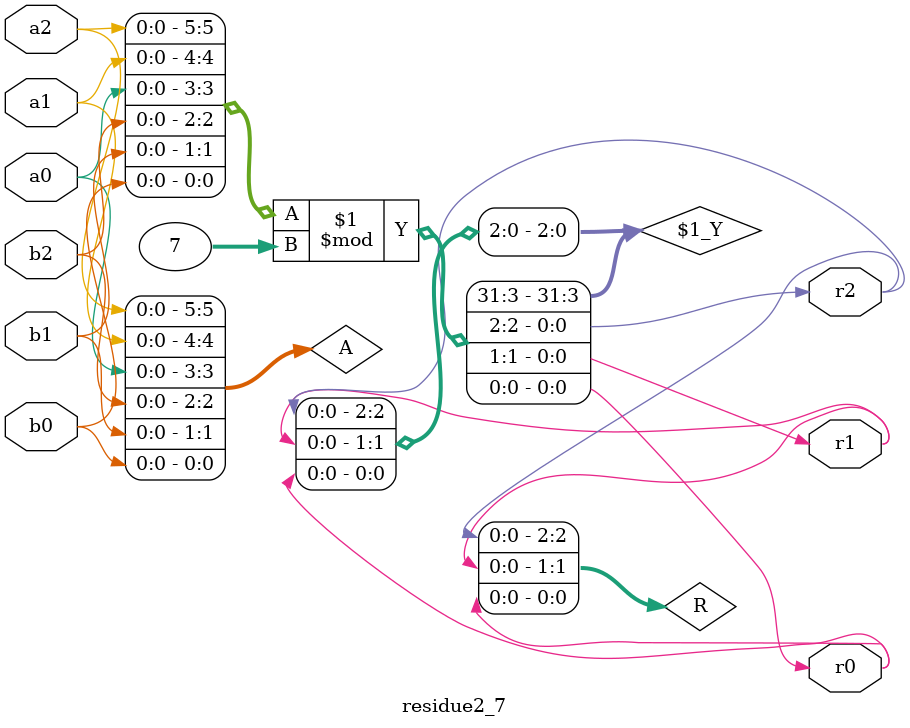
<source format=sv>
`timescale 1ns/1ns

module residue2_7(input a2,a1,a0,b2,b1,b0, output r2,r1,r0);
	wire [5:0] A ;
	wire [2:0] R ;
	assign A = {a2,a1,a0,b2,b1,b0};
	assign#258 R = A%7;
	assign r2 = R[2];
	assign r1 = R[1];
	assign r0 = R[0];
endmodule

</source>
